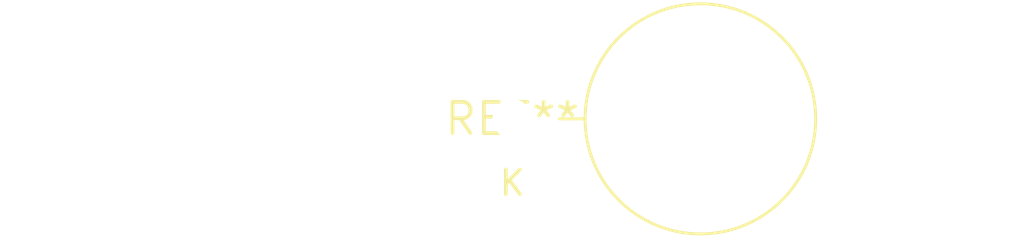
<source format=kicad_pcb>
(kicad_pcb (version 20240108) (generator pcbnew)
  (layers (0 "F.Cu" signal) (31 "B.Cu" signal) (34 "B.Paste" user) (35 "F.Paste" user) (36 "B.SilkS" user "B.Silkscreen") (37 "F.SilkS" user "F.Silkscreen") (38 "B.Mask" user) (39 "F.Mask" user) (44 "Edge.Cuts" user))
  (net 0 "")
  (footprint "D_P600_R-6_P7.62mm_Vertical_KathodeUp" (layer "F.Cu") (at 0 0)
    (property "Reference" "REF**")
    (property "Value" "D_P600_R-6_P7.62mm_Vertical_KathodeUp")
    (fp_line (start 2.95 0) (end 1.9 0) (layer "F.SilkS") (stroke (width 0.12)))
    (fp_circle (center 7.62 0) (end 12.29 0) (layer "F.SilkS") (stroke (width 0.12)) (fill none))
    (fp_text user "K" (at 0 2.6 0) (layer "F.SilkS"))
    (pad "1" thru_hole rect (at 0 0) (size 3.2 3.2) (drill 1.6) (layers *.Cu *.Mask) (remove_unused_layers))
    (pad "2" thru_hole oval (at 7.62 0) (size 3.2 3.2) (drill 1.6) (layers *.Cu *.Mask) (remove_unused_layers))
  )
)
</source>
